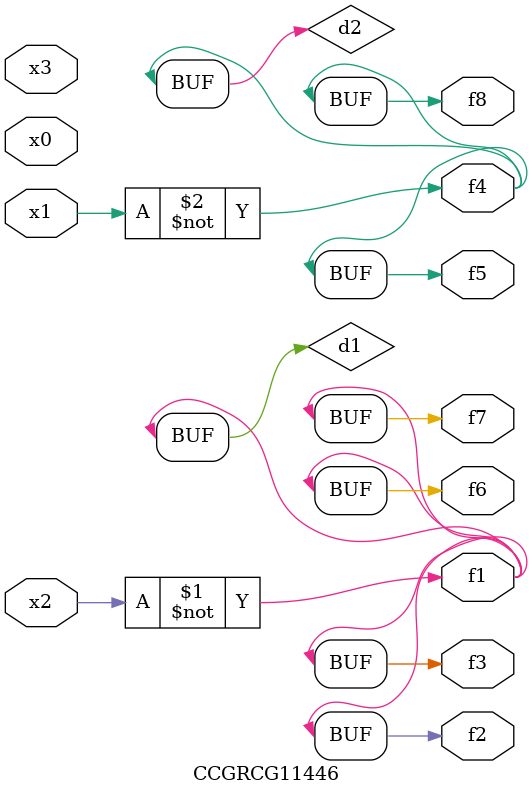
<source format=v>
module CCGRCG11446(
	input x0, x1, x2, x3,
	output f1, f2, f3, f4, f5, f6, f7, f8
);

	wire d1, d2;

	xnor (d1, x2);
	not (d2, x1);
	assign f1 = d1;
	assign f2 = d1;
	assign f3 = d1;
	assign f4 = d2;
	assign f5 = d2;
	assign f6 = d1;
	assign f7 = d1;
	assign f8 = d2;
endmodule

</source>
